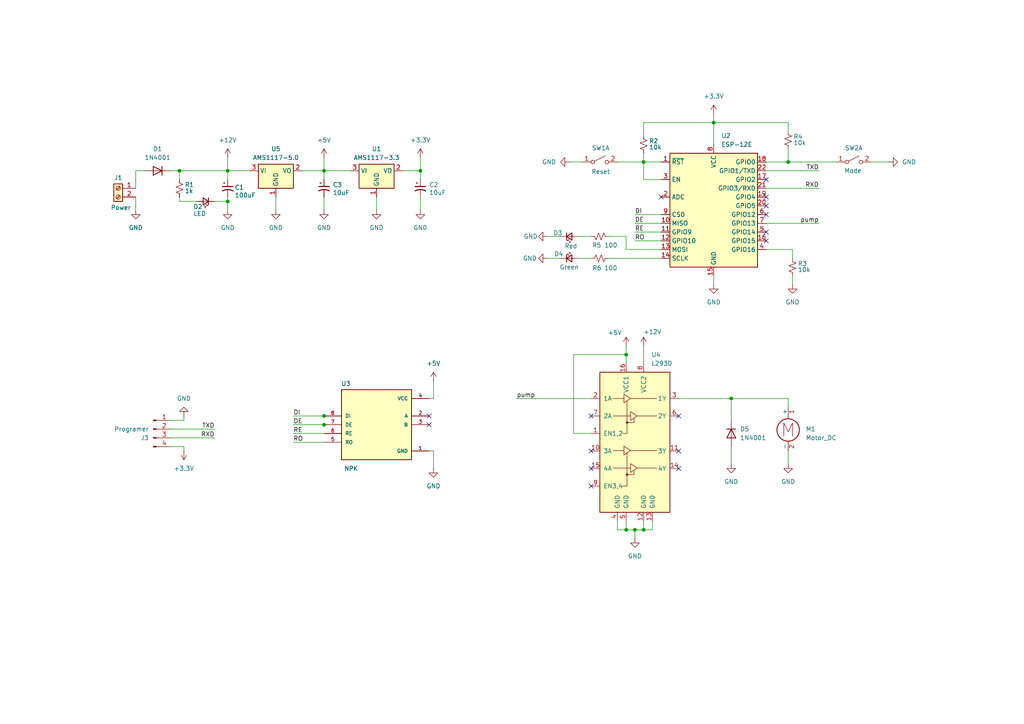
<source format=kicad_sch>
(kicad_sch (version 20231120) (generator "eeschema") (generator_version "8.0")
  (paper "A4")
  (lib_symbols
    (symbol "Connector:Conn_01x04_Pin" (pin_names (offset 1.016) hide)
      (property "Reference" "J" (at 0 5.08 0))
      (property "Value" "Conn_01x04_Pin" (at 0 -7.62 0))
      (symbol "Conn_01x04_Pin_1_1"
        (polyline (pts (xy 1.27 -5.08) (xy 0.8636 -5.08)) (stroke (width 0.1524)))
        (polyline (pts (xy 1.27 -2.54) (xy 0.8636 -2.54)) (stroke (width 0.1524)))
        (polyline (pts (xy 1.27 0) (xy 0.8636 0)) (stroke (width 0.1524)))
        (polyline (pts (xy 1.27 2.54) (xy 0.8636 2.54)) (stroke (width 0.1524)))
        (rectangle (start 0.8636 -4.953) (end 0 -5.207) (stroke (width 0.1524)) (fill (type outline)))
        (rectangle (start 0.8636 -2.413) (end 0 -2.667) (stroke (width 0.1524)) (fill (type outline)))
        (rectangle (start 0.8636 0.127) (end 0 -0.127) (stroke (width 0.1524)) (fill (type outline)))
        (rectangle (start 0.8636 2.667) (end 0 2.413) (stroke (width 0.1524)) (fill (type outline)))
        (pin passive line (at 5.08 2.54 180) (length 3.81) (name "Pin_1") (number "1"))
        (pin passive line (at 5.08 0 180) (length 3.81) (name "Pin_2") (number "2"))
        (pin passive line (at 5.08 -2.54 180) (length 3.81) (name "Pin_3") (number "3"))
        (pin passive line (at 5.08 -5.08 180) (length 3.81) (name "Pin_4") (number "4"))
      )
    )
    (symbol "Connector:Screw_Terminal_01x02" (pin_names (offset 1.016) hide)
      (property "Reference" "J" (at 0 2.54 0))
      (property "Value" "Screw_Terminal_01x02" (at 0 -5.08 0))
      (symbol "Screw_Terminal_01x02_1_1"
        (rectangle (start -1.27 1.27) (end 1.27 -3.81) (stroke (width 0.254)) (fill (type background)))
        (circle (center 0 -2.54) (radius 0.635) (stroke (width 0.1524)))
        (polyline (pts (xy -0.5334 -2.2098) (xy 0.3302 -3.048)) (stroke (width 0.1524)))
        (polyline (pts (xy -0.5334 0.3302) (xy 0.3302 -0.508)) (stroke (width 0.1524)))
        (polyline (pts (xy -0.3556 -2.032) (xy 0.508 -2.8702)) (stroke (width 0.1524)))
        (polyline (pts (xy -0.3556 0.508) (xy 0.508 -0.3302)) (stroke (width 0.1524)))
        (circle (center 0 0) (radius 0.635) (stroke (width 0.1524)))
        (pin passive line (at -5.08 0 0) (length 3.81) (name "Pin_1") (number "1"))
        (pin passive line (at -5.08 -2.54 0) (length 3.81) (name "Pin_2") (number "2"))
      )
    )
    (symbol "Device:C_Polarized_Small_US" (pin_numbers hide) (pin_names (offset 0.254) hide)
      (property "Reference" "C" (at 0.254 1.778 0))
      (property "Value" "C_Polarized_Small_US" (at 0.254 -2.032 0))
      (symbol "C_Polarized_Small_US_0_1"
        (polyline (pts (xy -1.524 0.508) (xy 1.524 0.508)) (stroke (width 0.3048)))
        (polyline (pts (xy -1.27 1.524) (xy -0.762 1.524)))
        (polyline (pts (xy -1.016 1.27) (xy -1.016 1.778)))
        (arc (start 1.524 -0.762) (mid 0 -0.3734) (end -1.524 -0.762) (stroke (width 0.3048)))
      )
      (symbol "C_Polarized_Small_US_1_1"
        (pin passive line (at 0 2.54 270) (length 2.032) (name "~") (number "1"))
        (pin passive line (at 0 -2.54 90) (length 2.032) (name "~") (number "2"))
      )
    )
    (symbol "Device:LED_Small" (pin_numbers hide) (pin_names (offset 0.254) hide)
      (property "Reference" "D" (at -1.27 3.175 0))
      (property "Value" "LED_Small" (at -4.445 -2.54 0))
      (symbol "LED_Small_0_1"
        (polyline (pts (xy -0.762 -1.016) (xy -0.762 1.016)) (stroke (width 0.254)))
        (polyline (pts (xy 1.016 0) (xy -0.762 0)))
        (polyline (pts (xy 0.762 -1.016) (xy -0.762 0) (xy 0.762 1.016) (xy 0.762 -1.016)) (stroke (width 0.254)))
        (polyline (pts (xy 0 0.762) (xy -0.508 1.27) (xy -0.254 1.27) (xy -0.508 1.27) (xy -0.508 1.016)))
        (polyline (pts (xy 0.508 1.27) (xy 0 1.778) (xy 0.254 1.778) (xy 0 1.778) (xy 0 1.524)))
      )
      (symbol "LED_Small_1_1"
        (pin passive line (at -2.54 0 0) (length 1.778) (name "K") (number "1"))
        (pin passive line (at 2.54 0 180) (length 1.778) (name "A") (number "2"))
      )
    )
    (symbol "Device:R_Small_US" (pin_numbers hide) (pin_names (offset 0.254) hide)
      (property "Reference" "R" (at 0.762 0.508 0))
      (property "Value" "R_Small_US" (at 0.762 -1.016 0))
      (symbol "R_Small_US_1_1"
        (polyline (pts (xy 0 0) (xy 1.016 -0.381) (xy 0 -0.762) (xy -1.016 -1.143) (xy 0 -1.524)))
        (polyline (pts (xy 0 1.524) (xy 1.016 1.143) (xy 0 0.762) (xy -1.016 0.381) (xy 0 0)))
        (pin passive line (at 0 2.54 270) (length 1.016) (name "~") (number "1"))
        (pin passive line (at 0 -2.54 90) (length 1.016) (name "~") (number "2"))
      )
    )
    (symbol "Diode:1N4001" (pin_numbers hide) (pin_names hide)
      (property "Reference" "D" (at 0 2.54 0))
      (property "Value" "1N4001" (at 0 -2.54 0))
      (symbol "1N4001_0_1"
        (polyline (pts (xy -1.27 1.27) (xy -1.27 -1.27)) (stroke (width 0.254)))
        (polyline (pts (xy 1.27 0) (xy -1.27 0)))
        (polyline (pts (xy 1.27 1.27) (xy 1.27 -1.27) (xy -1.27 0) (xy 1.27 1.27)) (stroke (width 0.254)))
      )
      (symbol "1N4001_1_1"
        (pin passive line (at -3.81 0 0) (length 2.54) (name "K") (number "1"))
        (pin passive line (at 3.81 0 180) (length 2.54) (name "A") (number "2"))
      )
    )
    (symbol "Downloaded:MAX485_MODULE_5V_LOGIC_TLL_TO_RS-485_CONVERTER" (pin_names (offset 1.016))
      (property "Reference" "U" (at -10.16 11.43 0))
      (property "Value" "MAX485_MODULE_5V_LOGIC_TLL_TO_RS-485_CONVERTER" (at -10.16 -12.7 0))
      (symbol "MAX485_MODULE_5V_LOGIC_TLL_TO_RS-485_CONVERTER_0_0"
        (rectangle (start -10.16 10.16) (end 10.16 -10.16) (stroke (width 0.254)) (fill (type background)))
        (pin power_in line (at 15.24 -7.62 180) (length 5.08) (name "GND") (number "1"))
        (pin bidirectional line (at 15.24 2.54 180) (length 5.08) (name "A") (number "2"))
        (pin bidirectional line (at 15.24 0 180) (length 5.08) (name "B") (number "3"))
        (pin power_in line (at 15.24 7.62 180) (length 5.08) (name "VCC") (number "4"))
        (pin output line (at -15.24 -5.08 0) (length 5.08) (name "RO") (number "5"))
        (pin input line (at -15.24 -2.54 0) (length 5.08) (name "RE") (number "6"))
        (pin input line (at -15.24 0 0) (length 5.08) (name "DE") (number "7"))
        (pin input line (at -15.24 2.54 0) (length 5.08) (name "DI") (number "8"))
      )
    )
    (symbol "Driver_Motor:L293D" (pin_names (offset 1.016))
      (property "Reference" "U" (at -5.08 26.035 0))
      (property "Value" "L293D" (at -5.08 24.13 0))
      (symbol "L293D_0_1"
        (rectangle (start -10.16 22.86) (end 10.16 -17.78) (stroke (width 0.254)) (fill (type background)))
        (circle (center -2.286 -6.858) (radius 0.254) (fill (type outline)))
        (circle (center -2.286 8.255) (radius 0.254) (fill (type outline)))
        (polyline (pts (xy -6.35 -4.953) (xy -1.27 -4.953)))
        (polyline (pts (xy -6.35 0.127) (xy -3.175 0.127)))
        (polyline (pts (xy -6.35 10.16) (xy -1.27 10.16)))
        (polyline (pts (xy -6.35 15.24) (xy -3.175 15.24)))
        (polyline (pts (xy -1.27 0.127) (xy 6.35 0.127)))
        (polyline (pts (xy -1.27 15.24) (xy 6.35 15.24)))
        (polyline (pts (xy 0.635 -4.953) (xy 6.35 -4.953)))
        (polyline (pts (xy 0.635 10.16) (xy 6.35 10.16)))
        (polyline (pts (xy -2.286 -6.858) (xy -0.254 -6.858) (xy -0.254 -5.588)))
        (polyline (pts (xy -2.286 -0.635) (xy -2.286 -10.16) (xy -3.556 -10.16)))
        (polyline (pts (xy -2.286 8.255) (xy -0.254 8.255) (xy -0.254 9.525)))
        (polyline (pts (xy -2.286 14.478) (xy -2.286 5.08) (xy -3.556 5.08)))
        (polyline (pts (xy -3.175 1.397) (xy -3.175 -1.143) (xy -1.27 0.127) (xy -3.175 1.397)))
        (polyline (pts (xy -3.175 16.51) (xy -3.175 13.97) (xy -1.27 15.24) (xy -3.175 16.51)))
        (polyline (pts (xy -1.27 -3.683) (xy -1.27 -6.223) (xy 0.635 -4.953) (xy -1.27 -3.683)))
        (polyline (pts (xy -1.27 11.43) (xy -1.27 8.89) (xy 0.635 10.16) (xy -1.27 11.43)))
      )
      (symbol "L293D_1_1"
        (pin input line (at -12.7 5.08 0) (length 2.54) (name "EN1,2") (number "1"))
        (pin input line (at -12.7 0 0) (length 2.54) (name "3A") (number "10"))
        (pin output line (at 12.7 0 180) (length 2.54) (name "3Y") (number "11"))
        (pin power_in line (at 2.54 -20.32 90) (length 2.54) (name "GND") (number "12"))
        (pin power_in line (at 5.08 -20.32 90) (length 2.54) (name "GND") (number "13"))
        (pin output line (at 12.7 -5.08 180) (length 2.54) (name "4Y") (number "14"))
        (pin input line (at -12.7 -5.08 0) (length 2.54) (name "4A") (number "15"))
        (pin power_in line (at -2.54 25.4 270) (length 2.54) (name "VCC1") (number "16"))
        (pin input line (at -12.7 15.24 0) (length 2.54) (name "1A") (number "2"))
        (pin output line (at 12.7 15.24 180) (length 2.54) (name "1Y") (number "3"))
        (pin power_in line (at -5.08 -20.32 90) (length 2.54) (name "GND") (number "4"))
        (pin power_in line (at -2.54 -20.32 90) (length 2.54) (name "GND") (number "5"))
        (pin output line (at 12.7 10.16 180) (length 2.54) (name "2Y") (number "6"))
        (pin input line (at -12.7 10.16 0) (length 2.54) (name "2A") (number "7"))
        (pin power_in line (at 2.54 25.4 270) (length 2.54) (name "VCC2") (number "8"))
        (pin input line (at -12.7 -10.16 0) (length 2.54) (name "EN3,4") (number "9"))
      )
    )
    (symbol "Motor:Motor_DC" (pin_names (offset 0))
      (property "Reference" "M" (at 2.54 2.54 0))
      (property "Value" "Motor_DC" (at 2.54 -5.08 0))
      (symbol "Motor_DC_0_0"
        (polyline (pts (xy -1.27 -3.302) (xy -1.27 0.508) (xy 0 -2.032) (xy 1.27 0.508) (xy 1.27 -3.302)))
      )
      (symbol "Motor_DC_0_1"
        (circle (center 0 -1.524) (radius 3.2512) (stroke (width 0.254)))
        (polyline (pts (xy 0 -7.62) (xy 0 -7.112)))
        (polyline (pts (xy 0 -4.7752) (xy 0 -5.1816)))
        (polyline (pts (xy 0 1.7272) (xy 0 2.0828)))
        (polyline (pts (xy 0 2.032) (xy 0 2.54)))
      )
      (symbol "Motor_DC_1_1"
        (pin passive line (at 0 5.08 270) (length 2.54) (name "+") (number "1"))
        (pin passive line (at 0 -7.62 90) (length 2.54) (name "-") (number "2"))
      )
    )
    (symbol "RF_Module:ESP-12E"
      (property "Reference" "U" (at -12.7 19.05 0))
      (property "Value" "ESP-12E" (at 12.7 19.05 0))
      (symbol "ESP-12E_0_1"
        (rectangle (start -12.7 17.78) (end 12.7 -15.24) (stroke (width 0.254)) (fill (type background)))
      )
      (symbol "ESP-12E_1_1"
        (pin input line (at -15.24 15.24 0) (length 2.54) (name "~{RST}") (number "1"))
        (pin bidirectional line (at -15.24 -2.54 0) (length 2.54) (name "MISO") (number "10"))
        (pin bidirectional line (at -15.24 -5.08 0) (length 2.54) (name "GPIO9") (number "11"))
        (pin bidirectional line (at -15.24 -7.62 0) (length 2.54) (name "GPIO10") (number "12"))
        (pin bidirectional line (at -15.24 -10.16 0) (length 2.54) (name "MOSI") (number "13"))
        (pin bidirectional line (at -15.24 -12.7 0) (length 2.54) (name "SCLK") (number "14"))
        (pin power_in line (at 0 -17.78 90) (length 2.54) (name "GND") (number "15"))
        (pin bidirectional line (at 15.24 -7.62 180) (length 2.54) (name "GPIO15") (number "16"))
        (pin bidirectional line (at 15.24 10.16 180) (length 2.54) (name "GPIO2") (number "17"))
        (pin bidirectional line (at 15.24 15.24 180) (length 2.54) (name "GPIO0") (number "18"))
        (pin bidirectional line (at 15.24 5.08 180) (length 2.54) (name "GPIO4") (number "19"))
        (pin input line (at -15.24 5.08 0) (length 2.54) (name "ADC") (number "2"))
        (pin bidirectional line (at 15.24 2.54 180) (length 2.54) (name "GPIO5") (number "20"))
        (pin bidirectional line (at 15.24 7.62 180) (length 2.54) (name "GPIO3/RXD") (number "21"))
        (pin bidirectional line (at 15.24 12.7 180) (length 2.54) (name "GPIO1/TXD") (number "22"))
        (pin input line (at -15.24 10.16 0) (length 2.54) (name "EN") (number "3"))
        (pin bidirectional line (at 15.24 -10.16 180) (length 2.54) (name "GPIO16") (number "4"))
        (pin bidirectional line (at 15.24 -5.08 180) (length 2.54) (name "GPIO14") (number "5"))
        (pin bidirectional line (at 15.24 0 180) (length 2.54) (name "GPIO12") (number "6"))
        (pin bidirectional line (at 15.24 -2.54 180) (length 2.54) (name "GPIO13") (number "7"))
        (pin power_in line (at 0 20.32 270) (length 2.54) (name "VCC") (number "8"))
        (pin input line (at -15.24 0 0) (length 2.54) (name "CS0") (number "9"))
      )
    )
    (symbol "Regulator_Linear:AMS1117-3.3"
      (property "Reference" "U" (at -3.81 3.175 0))
      (property "Value" "AMS1117-3.3" (at 0 3.175 0))
      (symbol "AMS1117-3.3_0_1"
        (rectangle (start -5.08 -5.08) (end 5.08 1.905) (stroke (width 0.254)) (fill (type background)))
      )
      (symbol "AMS1117-3.3_1_1"
        (pin power_in line (at 0 -7.62 90) (length 2.54) (name "GND") (number "1"))
        (pin power_out line (at 7.62 0 180) (length 2.54) (name "VO") (number "2"))
        (pin power_in line (at -7.62 0 0) (length 2.54) (name "VI") (number "3"))
      )
    )
    (symbol "Regulator_Linear:AMS1117-5.0"
      (property "Reference" "U" (at -3.81 3.175 0))
      (property "Value" "AMS1117-5.0" (at 0 3.175 0))
      (symbol "AMS1117-5.0_0_1"
        (rectangle (start -5.08 -5.08) (end 5.08 1.905) (stroke (width 0.254)) (fill (type background)))
      )
      (symbol "AMS1117-5.0_1_1"
        (pin power_in line (at 0 -7.62 90) (length 2.54) (name "GND") (number "1"))
        (pin power_out line (at 7.62 0 180) (length 2.54) (name "VO") (number "2"))
        (pin power_in line (at -7.62 0 0) (length 2.54) (name "VI") (number "3"))
      )
    )
    (symbol "Switch:SW_DPST_x2" (pin_names (offset 0) hide)
      (property "Reference" "SW" (at 0 3.175 0))
      (property "Value" "SW_DPST_x2" (at 0 -2.54 0))
      (symbol "SW_DPST_x2_0_0"
        (circle (center -2.032 0) (radius 0.508))
        (polyline (pts (xy -1.524 0.254) (xy 1.524 1.778)))
        (circle (center 2.032 0) (radius 0.508))
      )
      (symbol "SW_DPST_x2_1_1"
        (pin passive line (at -5.08 0 0) (length 2.54) (name "A") (number "1"))
        (pin passive line (at 5.08 0 180) (length 2.54) (name "B") (number "2"))
      )
      (symbol "SW_DPST_x2_2_1"
        (pin passive line (at -5.08 0 0) (length 2.54) (name "A") (number "3"))
        (pin passive line (at 5.08 0 180) (length 2.54) (name "B") (number "4"))
      )
    )
    (symbol "power:+12V" (power) (pin_numbers hide) (pin_names (offset 0) hide)
      (property "Value" "+12V" (at 0 3.556 0))
      (symbol "+12V_0_1"
        (polyline (pts (xy -0.762 1.27) (xy 0 2.54)))
        (polyline (pts (xy 0 0) (xy 0 2.54)))
        (polyline (pts (xy 0 2.54) (xy 0.762 1.27)))
      )
      (symbol "+12V_1_1"
        (pin power_in line (at 0 0 90) (length 0) (name "~") (number "1"))
      )
    )
    (symbol "power:+5V" (power) (pin_numbers hide) (pin_names (offset 0) hide)
      (property "Value" "+5V" (at 0 3.556 0))
      (symbol "+5V_0_1"
        (polyline (pts (xy -0.762 1.27) (xy 0 2.54)))
        (polyline (pts (xy 0 0) (xy 0 2.54)))
        (polyline (pts (xy 0 2.54) (xy 0.762 1.27)))
      )
      (symbol "+5V_1_1"
        (pin power_in line (at 0 0 90) (length 0) (name "~") (number "1"))
      )
    )
    (symbol "power:GND" (power) (pin_numbers hide) (pin_names (offset 0) hide)
      (property "Value" "GND" (at 0 -3.81 0))
      (symbol "GND_0_1"
        (polyline (pts (xy 0 0) (xy 0 -1.27) (xy 1.27 -1.27) (xy 0 -2.54) (xy -1.27 -1.27) (xy 0 -1.27)))
      )
      (symbol "GND_1_1"
        (pin power_in line (at 0 0 270) (length 0) (name "~") (number "1"))
      )
    )
  )
  (junction (at 93.98 123.19))
  (junction (at 181.61 102.87))
  (junction (at 212.09 115.57))
  (junction (at 66.04 58.42))
  (junction (at 181.61 153.67))
  (junction (at 121.92 49.53))
  (junction (at 184.15 153.67))
  (junction (at 93.98 120.65))
  (junction (at 52.07 49.53))
  (junction (at 207.01 35.56))
  (junction (at 186.69 46.99))
  (junction (at 186.69 153.67))
  (junction (at 228.6 46.99))
  (junction (at 93.98 49.53))
  (junction (at 66.04 49.53))
  (no_connect (at 196.85 135.89))
  (no_connect (at 222.25 69.85))
  (no_connect (at 222.25 57.15))
  (no_connect (at 171.45 130.81))
  (no_connect (at 191.77 57.15))
  (no_connect (at 124.46 120.65))
  (no_connect (at 171.45 120.65))
  (no_connect (at 196.85 130.81))
  (no_connect (at 171.45 140.97))
  (no_connect (at 124.46 123.19))
  (no_connect (at 222.25 62.23))
  (no_connect (at 222.25 59.69))
  (no_connect (at 196.85 120.65))
  (no_connect (at 222.25 67.31))
  (no_connect (at 171.45 135.89))
  (no_connect (at 222.25 52.07))
  (wire (pts (xy 66.04 49.53) (xy 66.04 52.07)))
  (wire (pts (xy 184.15 153.67) (xy 181.61 153.67)))
  (wire (pts (xy 186.69 35.56) (xy 207.01 35.56)))
  (wire (pts (xy 87.63 49.53) (xy 93.98 49.53)))
  (wire (pts (xy 184.15 69.85) (xy 191.77 69.85)))
  (wire (pts (xy 228.6 130.81) (xy 228.6 134.62)))
  (wire (pts (xy 171.45 68.58) (xy 167.64 68.58)))
  (wire (pts (xy 66.04 45.72) (xy 66.04 49.53)))
  (wire (pts (xy 52.07 58.42) (xy 57.15 58.42)))
  (wire (pts (xy 66.04 58.42) (xy 66.04 60.96)))
  (wire (pts (xy 186.69 100.33) (xy 186.69 105.41)))
  (wire (pts (xy 49.53 49.53) (xy 52.07 49.53)))
  (wire (pts (xy 93.98 49.53) (xy 101.6 49.53)))
  (wire (pts (xy 125.73 115.57) (xy 125.73 110.49)))
  (wire (pts (xy 66.04 49.53) (xy 72.39 49.53)))
  (wire (pts (xy 212.09 115.57) (xy 212.09 121.92)))
  (wire (pts (xy 53.34 121.92) (xy 53.34 120.65)))
  (wire (pts (xy 41.91 49.53) (xy 39.37 49.53)))
  (wire (pts (xy 186.69 46.99) (xy 191.77 46.99)))
  (wire (pts (xy 171.45 125.73) (xy 166.37 125.73)))
  (wire (pts (xy 66.04 58.42) (xy 66.04 57.15)))
  (wire (pts (xy 186.69 35.56) (xy 186.69 39.37)))
  (wire (pts (xy 121.92 45.72) (xy 121.92 49.53)))
  (wire (pts (xy 184.15 67.31) (xy 191.77 67.31)))
  (wire (pts (xy 229.87 80.01) (xy 229.87 82.55)))
  (wire (pts (xy 85.09 123.19) (xy 93.98 123.19)))
  (wire (pts (xy 93.98 57.15) (xy 93.98 60.96)))
  (wire (pts (xy 179.07 153.67) (xy 179.07 151.13)))
  (wire (pts (xy 162.56 74.93) (xy 158.75 74.93)))
  (wire (pts (xy 124.46 115.57) (xy 125.73 115.57)))
  (wire (pts (xy 181.61 68.58) (xy 176.53 68.58)))
  (wire (pts (xy 179.07 46.99) (xy 186.69 46.99)))
  (wire (pts (xy 62.23 58.42) (xy 66.04 58.42)))
  (wire (pts (xy 39.37 57.15) (xy 39.37 60.96)))
  (wire (pts (xy 228.6 115.57) (xy 228.6 118.11)))
  (wire (pts (xy 196.85 115.57) (xy 212.09 115.57)))
  (wire (pts (xy 181.61 102.87) (xy 181.61 105.41)))
  (wire (pts (xy 189.23 153.67) (xy 186.69 153.67)))
  (wire (pts (xy 186.69 52.07) (xy 191.77 52.07)))
  (wire (pts (xy 171.45 74.93) (xy 167.64 74.93)))
  (wire (pts (xy 184.15 64.77) (xy 191.77 64.77)))
  (wire (pts (xy 121.92 57.15) (xy 121.92 60.96)))
  (wire (pts (xy 162.56 68.58) (xy 158.75 68.58)))
  (wire (pts (xy 186.69 44.45) (xy 186.69 46.99)))
  (wire (pts (xy 125.73 130.81) (xy 125.73 135.89)))
  (wire (pts (xy 62.23 127) (xy 49.53 127)))
  (wire (pts (xy 49.53 129.54) (xy 53.34 129.54)))
  (wire (pts (xy 207.01 33.02) (xy 207.01 35.56)))
  (wire (pts (xy 85.09 125.73) (xy 93.98 125.73)))
  (wire (pts (xy 207.01 35.56) (xy 207.01 41.91)))
  (wire (pts (xy 95.25 120.65) (xy 93.98 120.65)))
  (wire (pts (xy 39.37 49.53) (xy 39.37 54.61)))
  (wire (pts (xy 52.07 49.53) (xy 52.07 52.07)))
  (wire (pts (xy 184.15 153.67) (xy 184.15 156.21)))
  (wire (pts (xy 207.01 80.01) (xy 207.01 82.55)))
  (wire (pts (xy 186.69 151.13) (xy 186.69 153.67)))
  (wire (pts (xy 222.25 72.39) (xy 229.87 72.39)))
  (wire (pts (xy 165.1 46.99) (xy 168.91 46.99)))
  (wire (pts (xy 181.61 100.33) (xy 181.61 102.87)))
  (wire (pts (xy 189.23 151.13) (xy 189.23 153.67)))
  (wire (pts (xy 124.46 130.81) (xy 125.73 130.81)))
  (wire (pts (xy 212.09 115.57) (xy 228.6 115.57)))
  (wire (pts (xy 212.09 129.54) (xy 212.09 134.62)))
  (wire (pts (xy 186.69 46.99) (xy 186.69 52.07)))
  (wire (pts (xy 93.98 45.72) (xy 93.98 49.53)))
  (wire (pts (xy 52.07 57.15) (xy 52.07 58.42)))
  (wire (pts (xy 191.77 72.39) (xy 181.61 72.39)))
  (wire (pts (xy 62.23 124.46) (xy 49.53 124.46)))
  (wire (pts (xy 85.09 120.65) (xy 93.98 120.65)))
  (wire (pts (xy 228.6 38.1) (xy 228.6 35.56)))
  (wire (pts (xy 229.87 74.93) (xy 229.87 72.39)))
  (wire (pts (xy 228.6 35.56) (xy 207.01 35.56)))
  (wire (pts (xy 116.84 49.53) (xy 121.92 49.53)))
  (wire (pts (xy 222.25 64.77) (xy 237.49 64.77)))
  (wire (pts (xy 166.37 102.87) (xy 181.61 102.87)))
  (wire (pts (xy 176.53 74.93) (xy 191.77 74.93)))
  (wire (pts (xy 85.09 128.27) (xy 93.98 128.27)))
  (wire (pts (xy 93.98 49.53) (xy 93.98 52.07)))
  (wire (pts (xy 228.6 46.99) (xy 222.25 46.99)))
  (wire (pts (xy 181.61 151.13) (xy 181.61 153.67)))
  (wire (pts (xy 149.86 115.57) (xy 171.45 115.57)))
  (wire (pts (xy 109.22 57.15) (xy 109.22 60.96)))
  (wire (pts (xy 80.01 57.15) (xy 80.01 60.96)))
  (wire (pts (xy 252.73 46.99) (xy 257.81 46.99)))
  (wire (pts (xy 95.25 123.19) (xy 93.98 123.19)))
  (wire (pts (xy 181.61 153.67) (xy 179.07 153.67)))
  (wire (pts (xy 53.34 130.81) (xy 53.34 129.54)))
  (wire (pts (xy 49.53 121.92) (xy 53.34 121.92)))
  (wire (pts (xy 66.04 49.53) (xy 52.07 49.53)))
  (wire (pts (xy 222.25 49.53) (xy 237.49 49.53)))
  (wire (pts (xy 222.25 54.61) (xy 237.49 54.61)))
  (wire (pts (xy 121.92 49.53) (xy 121.92 52.07)))
  (wire (pts (xy 186.69 153.67) (xy 184.15 153.67)))
  (wire (pts (xy 166.37 125.73) (xy 166.37 102.87)))
  (wire (pts (xy 228.6 46.99) (xy 242.57 46.99)))
  (wire (pts (xy 184.15 62.23) (xy 191.77 62.23)))
  (wire (pts (xy 228.6 43.18) (xy 228.6 46.99)))
  (wire (pts (xy 181.61 72.39) (xy 181.61 68.58)))
  (label "pump" (at 149.86 115.57 0))
  (label "RE" (at 85.09 125.73 0))
  (label "RO" (at 184.15 69.85 0))
  (label "DI" (at 184.15 62.23 0))
  (label "TXD" (at 62.23 124.46 180))
  (label "TXD" (at 237.49 49.53 180))
  (label "RO" (at 85.09 128.27 0))
  (label "DE" (at 184.15 64.77 0))
  (label "DI" (at 85.09 120.65 0))
  (label "DE" (at 85.09 123.19 0))
  (label "RE" (at 184.15 67.31 0))
  (label "RXD" (at 237.49 54.61 180))
  (label "RXD" (at 62.23 127 180))
  (label "pump" (at 237.49 64.77 180))
  (symbol (lib_id "power:GND") (at 158.75 68.58 270) (mirror x) (unit 1)
    (property "Reference" "#PWR014" (effects (hide yes)))
    (property "Value" "GND" (at 153.924 68.58 90))
    (property "Description" "Power symbol creates a global label with name \"GND\" , ground" (effects (hide yes)))
  )
  (symbol (lib_id "Device:R_Small_US") (at 173.99 68.58 270) (mirror x) (unit 1)
    (property "Reference" "R5" (at 171.704 71.12 90) (effects (justify left)))
    (property "Value" "100" (at 175.26 71.12 90) (effects (justify left)))
    (property "Footprint" "Resistor_THT:R_Axial_DIN0207_L6.3mm_D2.5mm_P10.16mm_Horizontal" (effects (hide yes)))
    (property "Description" "Resistor, small US symbol" (effects (hide yes)))
  )
  (symbol (lib_id "Regulator_Linear:AMS1117-5.0") (at 80.01 49.53 0) (unit 1)
    (property "Reference" "U5" (at 80.01 43.18 0))
    (property "Value" "AMS1117-5.0" (at 80.01 45.72 0))
    (property "Footprint" "Package_TO_SOT_SMD:SOT-223-3_TabPin2" (effects (hide yes)))
    (property "Datasheet" "http://www.advanced-monolithic.com/pdf/ds1117.pdf" (effects (hide yes)))
    (property "Description" "1A Low Dropout regulator, positive, 5.0V fixed output, SOT-223" (effects (hide yes)))
  )
  (symbol (lib_id "Switch:SW_DPST_x2") (at 247.65 46.99 0) (unit 1)
    (property "Reference" "SW2" (at 247.65 42.926 0))
    (property "Value" "Mode" (at 247.396 49.53 0))
    (property "Footprint" "Button_Switch_THT:SW_PUSH_6mm" (effects (hide yes)))
    (property "Description" "Single Pole Single Throw (SPST) switch, separate symbol" (effects (hide yes)))
  )
  (symbol (lib_id "Diode:1N4001") (at 212.09 125.73 270) (unit 1)
    (property "Reference" "D5" (at 214.63 124.4599 90) (effects (justify left)))
    (property "Value" "1N4001" (at 214.63 126.9999 90) (effects (justify left)))
    (property "Footprint" "Diode_THT:D_DO-41_SOD81_P10.16mm_Horizontal" (effects (hide yes)))
    (property "Datasheet" "http://www.vishay.com/docs/88503/1n4001.pdf" (effects (hide yes)))
    (property "Description" "50V 1A General Purpose Rectifier Diode, DO-41" (effects (hide yes)))
    (property "Sim.Device" "D" (effects (hide yes)))
    (property "Sim.Pins" "1=K 2=A" (effects (hide yes)))
  )
  (symbol (lib_id "Regulator_Linear:AMS1117-3.3") (at 109.22 49.53 0) (unit 1)
    (property "Reference" "U1" (at 109.22 43.18 0))
    (property "Value" "AMS1117-3.3" (at 109.22 45.72 0))
    (property "Footprint" "Package_TO_SOT_SMD:SOT-223-3_TabPin2" (effects (hide yes)))
    (property "Datasheet" "http://www.advanced-monolithic.com/pdf/ds1117.pdf" (effects (hide yes)))
    (property "Description" "1A Low Dropout regulator, positive, 3.3V fixed output, SOT-223" (effects (hide yes)))
  )
  (symbol (lib_id "power:+5V") (at 121.92 45.72 0) (unit 1)
    (property "Reference" "#PWR06" (effects (hide yes)))
    (property "Value" "+3.3V" (at 121.92 40.64 0))
    (property "Description" "Power symbol creates a global label with name \"+5V\"" (effects (hide yes)))
  )
  (symbol (lib_id "power:GND") (at 229.87 82.55 0) (unit 1)
    (property "Reference" "#PWR013" (effects (hide yes)))
    (property "Value" "GND" (at 229.87 87.63 0))
    (property "Description" "Power symbol creates a global label with name \"GND\" , ground" (effects (hide yes)))
  )
  (symbol (lib_id "Device:LED_Small") (at 165.1 74.93 0) (unit 1)
    (property "Reference" "D4" (at 162.052 73.66 0))
    (property "Value" "Green" (at 165.1 77.47 0))
    (property "Footprint" "LED_THT:LED_D3.0mm_Clear" (effects (hide yes)))
    (property "Description" "Light emitting diode, small symbol" (effects (hide yes)))
  )
  (symbol (lib_id "power:+5V") (at 93.98 45.72 0) (unit 1)
    (property "Reference" "#PWR024" (effects (hide yes)))
    (property "Value" "+5V" (at 93.98 40.64 0))
    (property "Description" "Power symbol creates a global label with name \"+5V\"" (effects (hide yes)))
  )
  (symbol (lib_id "RF_Module:ESP-12E") (at 207.01 62.23 0) (unit 1)
    (property "Reference" "U2" (at 209.2041 39.37 0) (effects (justify left)))
    (property "Value" "ESP-12E" (at 209.2041 41.91 0) (effects (justify left)))
    (property "Footprint" "RF_Module:ESP-12E" (effects (hide yes)))
    (property "Datasheet" "http://wiki.ai-thinker.com/_media/esp8266/esp8266_series_modules_user_manual_v1.1.pdf" (effects (hide yes)))
    (property "Description" "802.11 b/g/n Wi-Fi Module" (effects (hide yes)))
  )
  (symbol (lib_id "power:GND") (at 121.92 60.96 0) (unit 1)
    (property "Reference" "#PWR07" (effects (hide yes)))
    (property "Value" "GND" (at 121.92 66.04 0))
    (property "Description" "Power symbol creates a global label with name \"GND\" , ground" (effects (hide yes)))
  )
  (symbol (lib_id "Device:R_Small_US") (at 173.99 74.93 90) (unit 1)
    (property "Reference" "R6" (at 174.498 77.724 90) (effects (justify left)))
    (property "Value" "100" (at 179.07 77.724 90) (effects (justify left)))
    (property "Footprint" "Resistor_THT:R_Axial_DIN0207_L6.3mm_D2.5mm_P10.16mm_Horizontal" (effects (hide yes)))
    (property "Description" "Resistor, small US symbol" (effects (hide yes)))
  )
  (symbol (lib_id "Motor:Motor_DC") (at 228.6 123.19 0) (unit 1)
    (property "Reference" "M1" (at 233.68 124.4599 0) (effects (justify left)))
    (property "Value" "Motor_DC" (at 233.68 126.9999 0) (effects (justify left)))
    (property "Footprint" "TerminalBlock:TerminalBlock_bornier-2_P5.08mm" (effects (hide yes)))
    (property "Description" "DC Motor" (effects (hide yes)))
  )
  (symbol (lib_id "power:+5V") (at 207.01 33.02 0) (unit 1)
    (property "Reference" "#PWR011" (effects (hide yes)))
    (property "Value" "+3.3V" (at 207.01 27.94 0))
    (property "Description" "Power symbol creates a global label with name \"+5V\"" (effects (hide yes)))
  )
  (symbol (lib_id "power:+12V") (at 186.69 100.33 0) (unit 1)
    (property "Reference" "#PWR021" (effects (hide yes)))
    (property "Value" "+12V" (at 189.23 96.266 0))
    (property "Description" "Power symbol creates a global label with name \"+12V\"" (effects (hide yes)))
  )
  (symbol (lib_id "Device:R_Small_US") (at 186.69 41.91 0) (unit 1)
    (property "Reference" "R2" (at 188.214 40.894 0) (effects (justify left)))
    (property "Value" "10k" (at 188.214 42.672 0) (effects (justify left)))
    (property "Footprint" "Resistor_THT:R_Axial_DIN0207_L6.3mm_D2.5mm_P10.16mm_Horizontal" (effects (hide yes)))
    (property "Description" "Resistor, small US symbol" (effects (hide yes)))
  )
  (symbol (lib_id "Device:R_Small_US") (at 229.87 77.47 0) (unit 1)
    (property "Reference" "R3" (at 231.394 76.454 0) (effects (justify left)))
    (property "Value" "10k" (at 231.394 78.232 0) (effects (justify left)))
    (property "Footprint" "Resistor_THT:R_Axial_DIN0207_L6.3mm_D2.5mm_P10.16mm_Horizontal" (effects (hide yes)))
    (property "Description" "Resistor, small US symbol" (effects (hide yes)))
  )
  (symbol (lib_id "power:+12V") (at 66.04 45.72 0) (unit 1)
    (property "Reference" "#PWR020" (effects (hide yes)))
    (property "Value" "+12V" (at 66.04 40.64 0))
    (property "Description" "Power symbol creates a global label with name \"+12V\"" (effects (hide yes)))
  )
  (symbol (lib_id "power:GND") (at 39.37 60.96 0) (unit 1)
    (property "Reference" "#PWR01" (effects (hide yes)))
    (property "Value" "GND" (at 39.37 66.04 0))
    (property "Description" "Power symbol creates a global label with name \"GND\" , ground" (effects (hide yes)))
  )
  (symbol (lib_id "power:GND") (at 184.15 156.21 0) (unit 1)
    (property "Reference" "#PWR019" (effects (hide yes)))
    (property "Value" "GND" (at 184.15 161.29 0))
    (property "Description" "Power symbol creates a global label with name \"GND\" , ground" (effects (hide yes)))
  )
  (symbol (lib_id "Device:R_Small_US") (at 52.07 54.61 0) (unit 1)
    (property "Reference" "R1" (at 53.594 53.594 0) (effects (justify left)))
    (property "Value" "1k" (at 53.594 55.372 0) (effects (justify left)))
    (property "Footprint" "Resistor_THT:R_Axial_DIN0207_L6.3mm_D2.5mm_P10.16mm_Horizontal" (effects (hide yes)))
    (property "Description" "Resistor, small US symbol" (effects (hide yes)))
  )
  (symbol (lib_id "Device:LED_Small") (at 59.69 58.42 180) (unit 1)
    (property "Reference" "D2" (at 57.404 59.944 0))
    (property "Value" "LED" (at 57.912 61.976 0))
    (property "Footprint" "LED_THT:LED_D3.0mm_Clear" (effects (hide yes)))
    (property "Description" "Light emitting diode, small symbol" (effects (hide yes)))
  )
  (symbol (lib_id "power:GND") (at 257.81 46.99 90) (unit 1)
    (property "Reference" "#PWR015" (effects (hide yes)))
    (property "Value" "GND" (at 261.62 46.9899 90) (effects (justify right)))
    (property "Description" "Power symbol creates a global label with name \"GND\" , ground" (effects (hide yes)))
  )
  (symbol (lib_id "power:GND") (at 212.09 134.62 0) (unit 1)
    (property "Reference" "#PWR03" (effects (hide yes)))
    (property "Value" "GND" (at 212.09 139.7 0))
    (property "Description" "Power symbol creates a global label with name \"GND\" , ground" (effects (hide yes)))
  )
  (symbol (lib_id "power:GND") (at 228.6 134.62 0) (unit 1)
    (property "Reference" "#PWR04" (effects (hide yes)))
    (property "Value" "GND" (at 228.6 139.7 0))
    (property "Description" "Power symbol creates a global label with name \"GND\" , ground" (effects (hide yes)))
  )
  (symbol (lib_id "Device:C_Polarized_Small_US") (at 66.04 54.61 0) (unit 1)
    (property "Reference" "C1" (at 68.072 54.356 0) (effects (justify left)))
    (property "Value" "100uF" (at 68.072 56.642 0) (effects (justify left)))
    (property "Footprint" "Capacitor_THT:CP_Radial_D4.0mm_P2.00mm" (effects (hide yes)))
    (property "Description" "Polarized capacitor, small US symbol" (effects (hide yes)))
  )
  (symbol (lib_id "power:GND") (at 165.1 46.99 270) (unit 1)
    (property "Reference" "#PWR010" (effects (hide yes)))
    (property "Value" "GND" (at 161.29 46.9899 90) (effects (justify right)))
    (property "Description" "Power symbol creates a global label with name \"GND\" , ground" (effects (hide yes)))
  )
  (symbol (lib_id "Switch:SW_DPST_x2") (at 173.99 46.99 0) (unit 1)
    (property "Reference" "SW1" (at 174.244 42.926 0))
    (property "Value" "Reset" (at 174.244 49.784 0))
    (property "Footprint" "Button_Switch_THT:SW_PUSH_6mm" (effects (hide yes)))
    (property "Description" "Single Pole Single Throw (SPST) switch, separate symbol" (effects (hide yes)))
  )
  (symbol (lib_id "power:GND") (at 66.04 60.96 0) (unit 1)
    (property "Reference" "#PWR02" (effects (hide yes)))
    (property "Value" "GND" (at 66.04 66.04 0))
    (property "Description" "Power symbol creates a global label with name \"GND\" , ground" (effects (hide yes)))
  )
  (symbol (lib_id "power:+5V") (at 181.61 100.33 0) (unit 1)
    (property "Reference" "#PWR022" (effects (hide yes)))
    (property "Value" "+5V" (at 178.308 96.52 0))
    (property "Description" "Power symbol creates a global label with name \"+5V\"" (effects (hide yes)))
  )
  (symbol (lib_id "Connector:Screw_Terminal_01x02") (at 34.29 54.61 0) (mirror y) (unit 1)
    (property "Reference" "J1" (at 34.29 51.562 0))
    (property "Value" "Power" (at 35.052 60.198 0))
    (property "Footprint" "TerminalBlock:TerminalBlock_bornier-2_P5.08mm" (effects (hide yes)))
    (property "Description" "Generic screw terminal, single row, 01x02, script generated (kicad-library-utils/schlib/autogen/connector/)" (effects (hide yes)))
  )
  (symbol (lib_id "Diode:1N4001") (at 45.72 49.53 180) (unit 1)
    (property "Reference" "D1" (at 45.72 43.18 0))
    (property "Value" "1N4001" (at 45.72 45.72 0))
    (property "Footprint" "Diode_THT:D_DO-41_SOD81_P10.16mm_Horizontal" (effects (hide yes)))
    (property "Datasheet" "http://www.vishay.com/docs/88503/1n4001.pdf" (effects (hide yes)))
    (property "Description" "50V 1A General Purpose Rectifier Diode, DO-41" (effects (hide yes)))
    (property "Sim.Device" "D" (effects (hide yes)))
    (property "Sim.Pins" "1=K 2=A" (effects (hide yes)))
  )
  (symbol (lib_id "power:+5V") (at 53.34 130.81 180) (unit 1)
    (property "Reference" "#PWR08" (effects (hide yes)))
    (property "Value" "+3.3V" (at 53.34 135.89 0))
    (property "Description" "Power symbol creates a global label with name \"+5V\"" (effects (hide yes)))
  )
  (symbol (lib_id "power:+5V") (at 125.73 110.49 0) (unit 1)
    (property "Reference" "#PWR018" (effects (hide yes)))
    (property "Value" "+5V" (at 125.73 105.41 0))
    (property "Description" "Power symbol creates a global label with name \"+5V\"" (effects (hide yes)))
  )
  (symbol (lib_id "power:GND") (at 53.34 120.65 180) (unit 1)
    (property "Reference" "#PWR09" (effects (hide yes)))
    (property "Value" "GND" (at 53.34 115.57 0))
    (property "Description" "Power symbol creates a global label with name \"GND\" , ground" (effects (hide yes)))
  )
  (symbol (lib_id "power:GND") (at 158.75 74.93 270) (unit 1)
    (property "Reference" "#PWR016" (effects (hide yes)))
    (property "Value" "GND" (at 153.67 74.93 90))
    (property "Description" "Power symbol creates a global label with name \"GND\" , ground" (effects (hide yes)))
  )
  (symbol (lib_id "power:GND") (at 93.98 60.96 0) (unit 1)
    (property "Reference" "#PWR023" (effects (hide yes)))
    (property "Value" "GND" (at 93.98 66.04 0))
    (property "Description" "Power symbol creates a global label with name \"GND\" , ground" (effects (hide yes)))
  )
  (symbol (lib_id "Driver_Motor:L293D") (at 184.15 130.81 0) (unit 1)
    (property "Reference" "U4" (at 188.8841 102.87 0) (effects (justify left)))
    (property "Value" "L293D" (at 188.8841 105.41 0) (effects (justify left)))
    (property "Footprint" "Package_DIP:DIP-16_W7.62mm" (effects (hide yes)))
    (property "Datasheet" "http://www.ti.com/lit/ds/symlink/l293.pdf" (effects (hide yes)))
    (property "Description" "Quadruple Half-H Drivers" (effects (hide yes)))
  )
  (symbol (lib_id "Connector:Conn_01x04_Pin") (at 44.45 124.46 0) (unit 1)
    (property "Reference" "J3" (at 43.18 127.0001 0) (effects (justify right)))
    (property "Value" "Programer" (at 43.18 124.4601 0) (effects (justify right)))
    (property "Footprint" "Connector_PinHeader_2.54mm:PinHeader_1x04_P2.54mm_Vertical" (effects (hide yes)))
    (property "Description" "Generic connector, single row, 01x04, script generated" (effects (hide yes)))
  )
  (symbol (lib_id "Device:C_Polarized_Small_US") (at 93.98 54.61 0) (unit 1)
    (property "Reference" "C3" (at 96.52 53.594 0) (effects (justify left)))
    (property "Value" "10uF" (at 96.52 55.88 0) (effects (justify left)))
    (property "Footprint" "Capacitor_THT:CP_Radial_D4.0mm_P2.00mm" (effects (hide yes)))
    (property "Description" "Polarized capacitor, small US symbol" (effects (hide yes)))
  )
  (symbol (lib_id "Device:C_Polarized_Small_US") (at 121.92 54.61 0) (unit 1)
    (property "Reference" "C2" (at 124.46 53.594 0) (effects (justify left)))
    (property "Value" "10uF" (at 124.46 55.88 0) (effects (justify left)))
    (property "Footprint" "Capacitor_THT:CP_Radial_D4.0mm_P2.00mm" (effects (hide yes)))
    (property "Description" "Polarized capacitor, small US symbol" (effects (hide yes)))
  )
  (symbol (lib_id "Device:R_Small_US") (at 228.6 40.64 0) (unit 1)
    (property "Reference" "R4" (at 230.124 39.624 0) (effects (justify left)))
    (property "Value" "10k" (at 230.124 41.402 0) (effects (justify left)))
    (property "Footprint" "Resistor_THT:R_Axial_DIN0207_L6.3mm_D2.5mm_P10.16mm_Horizontal" (effects (hide yes)))
    (property "Description" "Resistor, small US symbol" (effects (hide yes)))
  )
  (symbol (lib_id "power:GND") (at 80.01 60.96 0) (unit 1)
    (property "Reference" "#PWR025" (effects (hide yes)))
    (property "Value" "GND" (at 80.01 66.04 0))
    (property "Description" "Power symbol creates a global label with name \"GND\" , ground" (effects (hide yes)))
  )
  (symbol (lib_id "Downloaded:MAX485_MODULE_5V_LOGIC_TLL_TO_RS-485_CONVERTER") (at 109.22 123.19 0) (unit 1)
    (property "Reference" "U3" (at 100.33 111.252 0))
    (property "Value" "NPK" (at 101.854 135.89 0))
    (property "Footprint" "Downloaded:MODULE_MAX485_MODULE_5V_LOGIC_TLL_TO_RS-485_CONVERTER" (effects (hide yes)))
    (property "MF" "e-Gizmo Mechatronix Central" (effects (hide yes)))
    (property "Description_1" "\n5V MAX485 TTL To RS485 Converter Module Board for Arduino\n" (effects (hide yes)))
    (property "Package" "Package" (effects (hide yes)))
    (property "Price" "None" (effects (hide yes)))
    (property "Check_prices" "https://www.snapeda.com/parts/MAX485%20Module%205V%20logic%20TLL%20to%20RS-485%20converter/e-Gizmo+Mechatronix+Central/view-part/?ref=eda" (effects (hide yes)))
    (property "STANDARD" "Manufacturer Recommendations" (effects (hide yes)))
    (property "PARTREV" "1r0" (effects (hide yes)))
    (property "SnapEDA_Link" "https://www.snapeda.com/parts/MAX485%20Module%205V%20logic%20TLL%20to%20RS-485%20converter/e-Gizmo+Mechatronix+Central/view-part/?ref=snap" (effects (hide yes)))
    (property "MP" "MAX485 Module 5V logic TLL to RS-485 converter" (effects (hide yes)))
    (property "Availability" "Not in stock" (effects (hide yes)))
    (property "MANUFACTURER" "e-Gizmo" (effects (hide yes)))
  )
  (symbol (lib_id "power:GND") (at 207.01 82.55 0) (unit 1)
    (property "Reference" "#PWR012" (effects (hide yes)))
    (property "Value" "GND" (at 207.01 87.63 0))
    (property "Description" "Power symbol creates a global label with name \"GND\" , ground" (effects (hide yes)))
  )
  (symbol (lib_id "Device:LED_Small") (at 165.1 68.58 0) (mirror x) (unit 1)
    (property "Reference" "D3" (at 161.798 67.564 0))
    (property "Value" "Red" (at 165.608 71.374 0))
    (property "Footprint" "LED_THT:LED_D3.0mm_Clear" (effects (hide yes)))
    (property "Description" "Light emitting diode, small symbol" (effects (hide yes)))
  )
  (symbol (lib_id "power:GND") (at 109.22 60.96 0) (unit 1)
    (property "Reference" "#PWR05" (effects (hide yes)))
    (property "Value" "GND" (at 109.22 66.04 0))
    (property "Description" "Power symbol creates a global label with name \"GND\" , ground" (effects (hide yes)))
  )
  (symbol (lib_id "power:GND") (at 125.73 135.89 0) (unit 1)
    (property "Reference" "#PWR017" (effects (hide yes)))
    (property "Value" "GND" (at 125.73 140.97 0))
    (property "Description" "Power symbol creates a global label with name \"GND\" , ground" (effects (hide yes)))
  )
)
</source>
